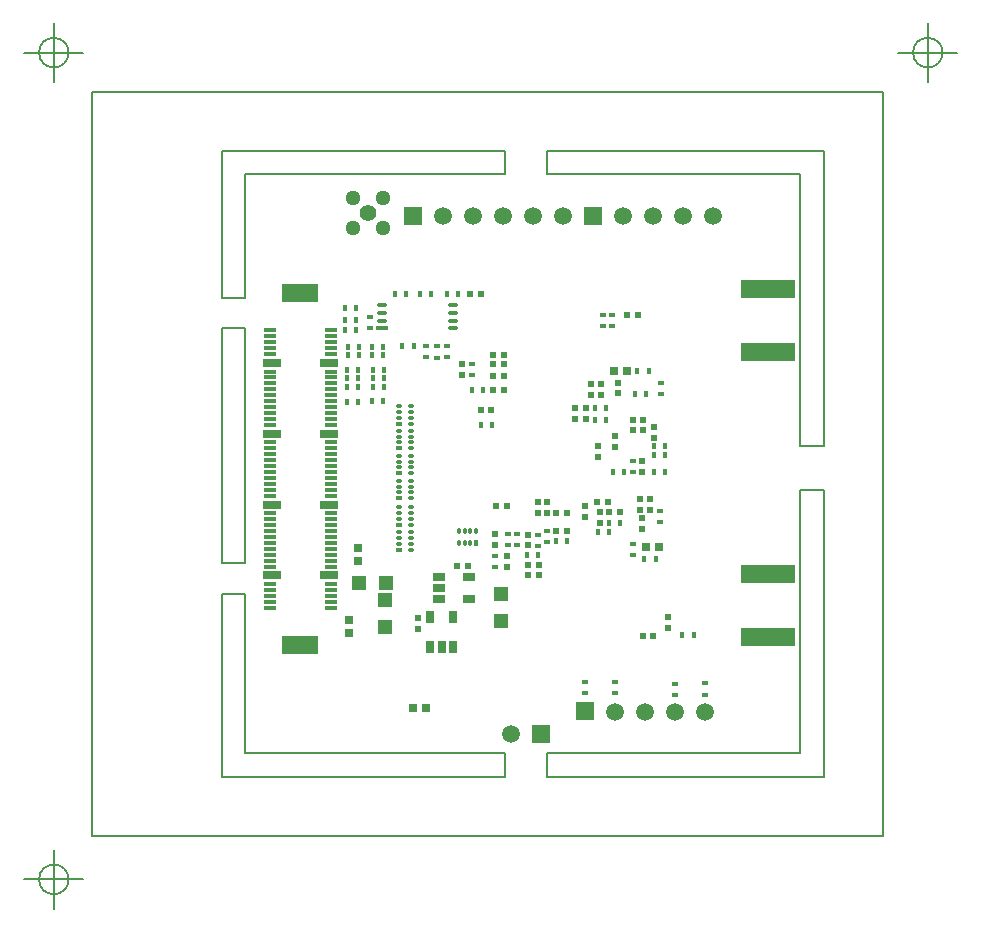
<source format=gbp>
G04 (created by PCBNEW-RS274X (2012-08-04 BZR 3667)-testing) date 10/19/2012 7:17:05 PM*
%MOIN*%
G04 Gerber Fmt 3.4, Leading zero omitted, Abs format*
%FSLAX34Y34*%
G01*
G70*
G90*
G04 APERTURE LIST*
%ADD10C,0.0017*%
%ADD11C,0.0059*%
%ADD12C,0.0077*%
%ADD13R,0.0472X0.051*%
%ADD14R,0.0175X0.0195*%
%ADD15R,0.0195X0.0175*%
%ADD16R,0.0314X0.0275*%
%ADD17R,0.0275X0.0314*%
%ADD18R,0.0195X0.0195*%
%ADD19R,0.051X0.0472*%
%ADD20R,0.1849X0.0589*%
%ADD21C,0.051*%
%ADD22C,0.055*%
%ADD23C,0.0597*%
%ADD24R,0.0597X0.0597*%
%ADD25R,0.0394X0.0138*%
%ADD26O,0.0394X0.0138*%
%ADD27O,0.0394X0.0137*%
%ADD28R,0.0389X0.0271*%
%ADD29R,0.0271X0.0389*%
%ADD30R,0.0432X0.0117*%
%ADD31R,0.0589X0.0275*%
%ADD32R,0.122X0.0629*%
%ADD33R,0.0433X0.0118*%
%ADD34O,0.0235X0.0117*%
%ADD35R,0.0235X0.0117*%
%ADD36O,0.0117X0.0235*%
%ADD37R,0.0117X0.0235*%
G04 APERTURE END LIST*
G54D10*
G54D11*
X41831Y-53937D02*
G75*
G03X41831Y-53937I-492J0D01*
G74*
G01*
X40355Y-53937D02*
X42323Y-53937D01*
X41339Y-52953D02*
X41339Y-54921D01*
X70964Y-26378D02*
G75*
G03X70964Y-26378I-492J0D01*
G74*
G01*
X69488Y-26378D02*
X71456Y-26378D01*
X70472Y-25394D02*
X70472Y-27362D01*
X41831Y-26378D02*
G75*
G03X41831Y-26378I-492J0D01*
G74*
G01*
X40355Y-26378D02*
X42323Y-26378D01*
X41339Y-25394D02*
X41339Y-27362D01*
G54D12*
X42606Y-52483D02*
X42606Y-27680D01*
X68983Y-52483D02*
X42606Y-52483D01*
X68983Y-27680D02*
X68983Y-52483D01*
X42606Y-27680D02*
X68983Y-27680D01*
X66228Y-30437D02*
X66228Y-39492D01*
X57764Y-30437D02*
X66228Y-30437D01*
X57764Y-29650D02*
X57764Y-30437D01*
X67016Y-29650D02*
X57764Y-29650D01*
X67016Y-39492D02*
X67016Y-29650D01*
X66228Y-39492D02*
X67016Y-39492D01*
X57764Y-50515D02*
X57764Y-49728D01*
X67016Y-50515D02*
X57764Y-50515D01*
X67016Y-40948D02*
X67016Y-50515D01*
X66228Y-40948D02*
X67016Y-40948D01*
X66228Y-49728D02*
X66228Y-40948D01*
X57764Y-49728D02*
X66228Y-49728D01*
X46936Y-50515D02*
X46936Y-44413D01*
X56386Y-50515D02*
X46936Y-50515D01*
X56386Y-49728D02*
X56386Y-50515D01*
X47724Y-49728D02*
X56386Y-49728D01*
X47724Y-44413D02*
X47724Y-49728D01*
X46936Y-44413D02*
X47724Y-44413D01*
X46936Y-43390D02*
X46936Y-35555D01*
X47724Y-43390D02*
X46936Y-43390D01*
X47724Y-35555D02*
X47724Y-43390D01*
X46936Y-35555D02*
X47724Y-35555D01*
X47724Y-30437D02*
X47724Y-34570D01*
X46936Y-34570D02*
X47724Y-34570D01*
X46936Y-29648D02*
X46936Y-34570D01*
X46936Y-29648D02*
X56384Y-29648D01*
X56384Y-29648D02*
X56384Y-30437D01*
X47724Y-30437D02*
X56384Y-30437D01*
G54D13*
X52390Y-44611D03*
X52390Y-45515D03*
X56248Y-44414D03*
X56248Y-45318D03*
G54D14*
X53906Y-34410D03*
X53536Y-34410D03*
X51512Y-36189D03*
X51142Y-36189D03*
X62295Y-45787D03*
X62665Y-45787D03*
X53331Y-36146D03*
X52961Y-36146D03*
G54D15*
X51886Y-35189D03*
X51886Y-35559D03*
G54D14*
X51402Y-35638D03*
X51032Y-35638D03*
X51488Y-38008D03*
X51118Y-38008D03*
G54D15*
X53740Y-36166D03*
X53740Y-36536D03*
G54D14*
X51512Y-36461D03*
X51142Y-36461D03*
X51476Y-37232D03*
X51106Y-37232D03*
X51969Y-37240D03*
X52339Y-37240D03*
X51941Y-36197D03*
X52311Y-36197D03*
G54D15*
X54110Y-36543D03*
X54110Y-36173D03*
G54D14*
X51945Y-37992D03*
X52315Y-37992D03*
X53079Y-34410D03*
X52709Y-34410D03*
G54D15*
X54457Y-36146D03*
X54457Y-36516D03*
G54D14*
X51480Y-37508D03*
X51110Y-37508D03*
X54453Y-34433D03*
X54823Y-34433D03*
G54D15*
X59646Y-35130D03*
X59646Y-35500D03*
X59961Y-35130D03*
X59961Y-35500D03*
X59039Y-47713D03*
X59039Y-47343D03*
X60047Y-47721D03*
X60047Y-47351D03*
X62036Y-47807D03*
X62036Y-47437D03*
X63051Y-47776D03*
X63051Y-47406D03*
X56484Y-42792D03*
X56484Y-42422D03*
G54D14*
X58087Y-42642D03*
X58457Y-42642D03*
X55658Y-37614D03*
X55288Y-37614D03*
G54D15*
X55284Y-36764D03*
X55284Y-37134D03*
G54D14*
X59382Y-38228D03*
X59752Y-38228D03*
X59488Y-42347D03*
X59858Y-42347D03*
X59831Y-42044D03*
X60201Y-42044D03*
X61713Y-39500D03*
X61343Y-39500D03*
X59382Y-38610D03*
X59752Y-38610D03*
G54D15*
X60638Y-39984D03*
X60638Y-40354D03*
G54D14*
X59969Y-40355D03*
X60339Y-40355D03*
X61358Y-40351D03*
X61728Y-40351D03*
G54D15*
X61551Y-41642D03*
X61551Y-42012D03*
X56764Y-42421D03*
X56764Y-42791D03*
G54D14*
X60697Y-37768D03*
X61067Y-37768D03*
X51965Y-36953D03*
X52335Y-36953D03*
G54D15*
X60646Y-42760D03*
X60646Y-43130D03*
G54D14*
X61398Y-43256D03*
X61028Y-43256D03*
X60795Y-36981D03*
X61165Y-36981D03*
G54D15*
X61571Y-37756D03*
X61571Y-37386D03*
X57768Y-42685D03*
X57768Y-42315D03*
G54D14*
X61721Y-39799D03*
X61351Y-39799D03*
X55941Y-38776D03*
X55571Y-38776D03*
G54D15*
X56051Y-43146D03*
X56051Y-43516D03*
G54D14*
X51410Y-34890D03*
X51040Y-34890D03*
X51040Y-35280D03*
X51410Y-35280D03*
X52339Y-37512D03*
X51969Y-37512D03*
X51476Y-36957D03*
X51106Y-36957D03*
X51941Y-36469D03*
X52311Y-36469D03*
X57484Y-43122D03*
X57114Y-43122D03*
G54D15*
X57465Y-42449D03*
X57465Y-42819D03*
G54D16*
X51473Y-43325D03*
X51473Y-42895D03*
G54D17*
X60440Y-36984D03*
X60010Y-36984D03*
X53309Y-48228D03*
X53739Y-48228D03*
X61073Y-42847D03*
X61503Y-42847D03*
G54D16*
X51169Y-45305D03*
X51169Y-45735D03*
G54D18*
X61228Y-41626D03*
X61228Y-41272D03*
X60949Y-40346D03*
X60949Y-39992D03*
X60878Y-41626D03*
X60878Y-41272D03*
X60634Y-38634D03*
X60988Y-38634D03*
X56441Y-41504D03*
X56087Y-41504D03*
X60634Y-38945D03*
X60988Y-38945D03*
X56047Y-42426D03*
X56047Y-42780D03*
X55130Y-43477D03*
X54776Y-43477D03*
X57500Y-43783D03*
X57146Y-43783D03*
X55981Y-37610D03*
X56335Y-37610D03*
X57500Y-43453D03*
X57146Y-43453D03*
X57150Y-42445D03*
X57150Y-42799D03*
X55209Y-34425D03*
X55563Y-34425D03*
X60445Y-35130D03*
X60799Y-35130D03*
X61827Y-45543D03*
X61827Y-45189D03*
X61319Y-45811D03*
X60965Y-45811D03*
X59539Y-42047D03*
X59539Y-41693D03*
X54949Y-37126D03*
X54949Y-36772D03*
X57768Y-41721D03*
X57768Y-41367D03*
X57484Y-41717D03*
X57484Y-41363D03*
X59476Y-39843D03*
X59476Y-39489D03*
X55929Y-38299D03*
X55575Y-38299D03*
X56437Y-43166D03*
X56437Y-43520D03*
X59067Y-38217D03*
X58713Y-38217D03*
X59075Y-38595D03*
X58721Y-38595D03*
X61343Y-39209D03*
X61343Y-38855D03*
X60039Y-39169D03*
X60039Y-39523D03*
X59043Y-41854D03*
X59043Y-41500D03*
X60162Y-37732D03*
X60162Y-37378D03*
X60205Y-41685D03*
X59851Y-41685D03*
X60941Y-41890D03*
X60941Y-42244D03*
X55981Y-37169D03*
X56335Y-37169D03*
X55977Y-36756D03*
X56331Y-36756D03*
X55988Y-36453D03*
X56342Y-36453D03*
X59236Y-37780D03*
X59236Y-37426D03*
X59579Y-37780D03*
X59579Y-37426D03*
X58087Y-42339D03*
X58441Y-42339D03*
X58079Y-41717D03*
X58433Y-41717D03*
X53469Y-45225D03*
X53469Y-45579D03*
X59445Y-41343D03*
X59799Y-41343D03*
G54D19*
X52409Y-44044D03*
X51505Y-44044D03*
G54D20*
X65161Y-45867D03*
X65161Y-43763D03*
X65145Y-36350D03*
X65145Y-34246D03*
G54D21*
X51299Y-32217D03*
X52299Y-32217D03*
X52299Y-31217D03*
X51299Y-31217D03*
G54D22*
X51799Y-31717D03*
G54D23*
X58307Y-31834D03*
X57307Y-31834D03*
X56307Y-31834D03*
X55307Y-31834D03*
G54D24*
X53307Y-31814D03*
G54D23*
X54307Y-31834D03*
G54D24*
X57576Y-49079D03*
G54D23*
X56576Y-49079D03*
G54D25*
X52291Y-35567D03*
G54D26*
X52291Y-35311D03*
X52291Y-35055D03*
X52291Y-34799D03*
G54D27*
X54654Y-35567D03*
G54D26*
X54654Y-35311D03*
X54654Y-35055D03*
X54654Y-34799D03*
G54D28*
X54184Y-44603D03*
X54184Y-43853D03*
X55184Y-44603D03*
X54184Y-44228D03*
X55184Y-43853D03*
G54D29*
X54646Y-46200D03*
X53896Y-46200D03*
X54646Y-45200D03*
X54271Y-46200D03*
X53896Y-45200D03*
G54D30*
X48532Y-35636D03*
X48532Y-35832D03*
X48532Y-36029D03*
X48532Y-36226D03*
X48532Y-36422D03*
X50576Y-36422D03*
X50576Y-36226D03*
X50578Y-36029D03*
X50578Y-35832D03*
X50578Y-35636D03*
X48534Y-37009D03*
X48534Y-37207D03*
X48534Y-37404D03*
X48534Y-37599D03*
X48534Y-37797D03*
X48534Y-37994D03*
X48534Y-38189D03*
X48534Y-38387D03*
X48534Y-38586D03*
X48534Y-38782D03*
X50578Y-38782D03*
X50581Y-38584D03*
X50581Y-38387D03*
X50578Y-38189D03*
X50578Y-37994D03*
X50581Y-37796D03*
X50581Y-37599D03*
X50581Y-37402D03*
X50581Y-37206D03*
X50581Y-37009D03*
X50581Y-39371D03*
X50581Y-39567D03*
X50581Y-39764D03*
X50581Y-39961D03*
X50581Y-40157D03*
X50579Y-40356D03*
X50579Y-40551D03*
X50581Y-40749D03*
X50581Y-40946D03*
X50579Y-41144D03*
X48534Y-41144D03*
X48534Y-40947D03*
X48534Y-40749D03*
X48534Y-40551D03*
X48534Y-40356D03*
X48534Y-40159D03*
X48534Y-39961D03*
X48534Y-39766D03*
X48534Y-39569D03*
X48534Y-39371D03*
X48530Y-41736D03*
X48530Y-41934D03*
X48530Y-42131D03*
X48530Y-42327D03*
X48530Y-42524D03*
X48530Y-42721D03*
X48530Y-42917D03*
X48530Y-43114D03*
X48530Y-43312D03*
X48530Y-43509D03*
X50578Y-44099D03*
X50578Y-44296D03*
X50578Y-44492D03*
X50576Y-44689D03*
X50576Y-44886D03*
G54D31*
X50498Y-39079D03*
X48610Y-39079D03*
X48610Y-41441D03*
X50498Y-41441D03*
X48610Y-36716D03*
X50498Y-36716D03*
X50498Y-43804D03*
G54D32*
X49554Y-34374D03*
X49554Y-46140D03*
G54D31*
X48610Y-43804D03*
G54D30*
X48532Y-44886D03*
G54D33*
X48531Y-44689D03*
G54D30*
X48532Y-44492D03*
X48532Y-44296D03*
X48532Y-44099D03*
X50576Y-43509D03*
X50577Y-43311D03*
X50577Y-43114D03*
X50576Y-42917D03*
X50576Y-42721D03*
X50577Y-42523D03*
X50577Y-42327D03*
X50577Y-42130D03*
X50577Y-41933D03*
X50577Y-41736D03*
G54D34*
X53256Y-38752D03*
X53256Y-38555D03*
X53256Y-38162D03*
X52862Y-38162D03*
G54D35*
X52862Y-38752D03*
G54D34*
X53256Y-38359D03*
X52862Y-38359D03*
X52862Y-38555D03*
X53256Y-39567D03*
X53256Y-39370D03*
X53256Y-38977D03*
X52862Y-38977D03*
G54D35*
X52862Y-39567D03*
G54D34*
X53256Y-39174D03*
X52862Y-39174D03*
X52862Y-39370D03*
X53256Y-40402D03*
X53256Y-40205D03*
X53256Y-39812D03*
X52862Y-39812D03*
G54D35*
X52862Y-40402D03*
G54D34*
X53256Y-40009D03*
X52862Y-40009D03*
X52862Y-40205D03*
X53256Y-41236D03*
X53256Y-41039D03*
X53256Y-40646D03*
X52862Y-40646D03*
G54D35*
X52862Y-41236D03*
G54D34*
X53256Y-40843D03*
X52862Y-40843D03*
X52862Y-41039D03*
X53256Y-42122D03*
X53256Y-41925D03*
X53256Y-41532D03*
X52862Y-41532D03*
G54D35*
X52862Y-42122D03*
G54D34*
X53256Y-41729D03*
X52862Y-41729D03*
X52862Y-41925D03*
X53256Y-42941D03*
X53256Y-42744D03*
X53256Y-42351D03*
X52862Y-42351D03*
G54D35*
X52862Y-42941D03*
G54D34*
X53256Y-42548D03*
X52862Y-42548D03*
X52862Y-42744D03*
G54D36*
X55425Y-42319D03*
X55228Y-42319D03*
X54835Y-42319D03*
X54835Y-42713D03*
G54D37*
X55425Y-42713D03*
G54D36*
X55032Y-42319D03*
X55032Y-42713D03*
X55228Y-42713D03*
G54D23*
X63314Y-31834D03*
X62314Y-31834D03*
X61314Y-31834D03*
G54D24*
X59314Y-31814D03*
G54D23*
X60314Y-31834D03*
X63043Y-48350D03*
X62043Y-48350D03*
X61043Y-48350D03*
G54D24*
X59043Y-48330D03*
G54D23*
X60043Y-48350D03*
M02*

</source>
